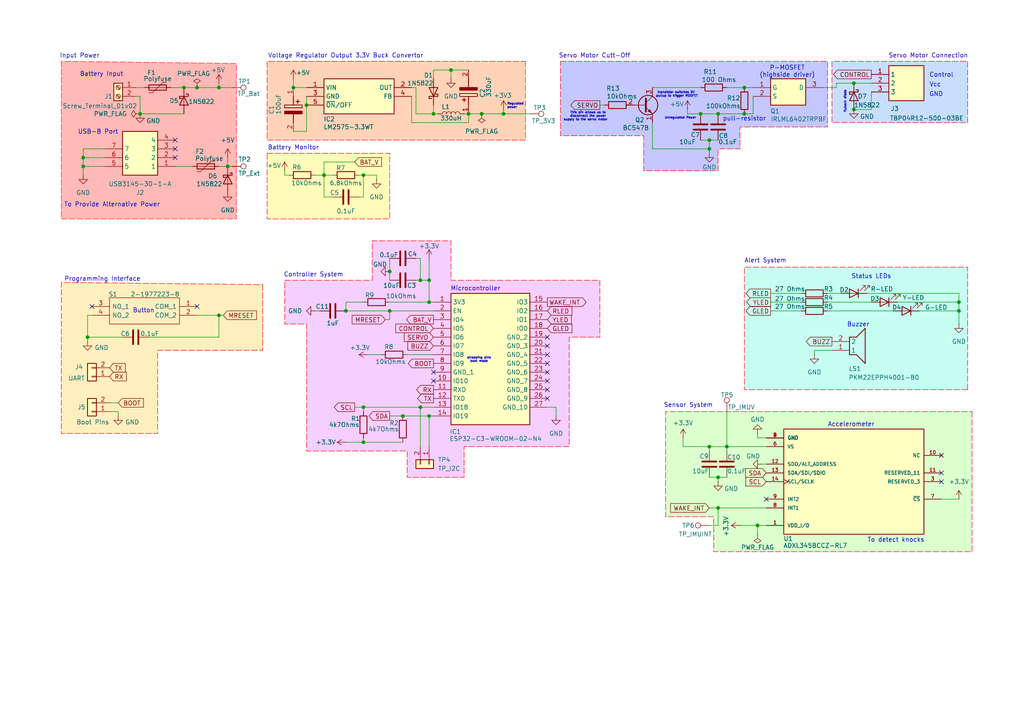
<source format=kicad_sch>
(kicad_sch (version 20250114) (generator "eeschema") (generator_version "9.0")
  (paper "A4")
  (title_block (title "KnockLockSchematic") (date "2025-11-02") (rev "2.1") (company "HSRW") (comment 1 "Group 04"))
  (text "Voltage Regulator Output 3.3V Buck Convertor\n" (at 77.724 16.256 0) (effects (font (size 1.27 1.27)) (justify left)))
  (text "Vcc\n" (at 271.272 24.638 0) (effects (font (size 1.27 1.27))))
  (text "Battery Input" (at 29.464 21.59 0) (effects (font (size 1.27 1.27))))
  (text "P-MOSFET\n(highside driver)\n" (at 228.346 20.828 0) (effects (font (size 1.27 1.27))))
  (text "Controller System\n\n" (at 90.932 80.772 0) (effects (font (size 1.27 1.27))))
  (text "To detect knocks" (at 259.842 156.718 0) (effects (font (size 1.27 1.27))))
  (text "Control\n" (at 273.05 21.844 0) (effects (font (size 1.27 1.27))))
  (text "Button" (at 41.656 90.17 0) (effects (font (size 1.27 1.27))))
  (text "Programming Interface" (at 29.718 81.026 0) (effects (font (size 1.27 1.27))))
  (text "flyback diode" (at 245.11 29.464 90) (effects (font (size 0.635 0.635))))
  (text "strapping pins\nboot mode" (at 138.938 104.394 0) (effects (font (size 0.635 0.635))))
  (text "Unregulated Power" (at 197.358 34.29 0) (effects (font (size 0.635 0.635))))
  (text "Servo Motor Cutt-Off\n" (at 172.466 16.256 0) (effects (font (size 1.27 1.27))))
  (text "Regulated \npower" (at 147.066 30.734 0) (effects (font (size 0.635 0.635)) (justify left)))
  (text "Sensor System" (at 199.644 117.602 0) (effects (font (size 1.27 1.27))))
  (text "GND\n" (at 271.526 27.432 0) (effects (font (size 1.27 1.27))))
  (text "Buzzer\n" (at 248.92 94.234 0) (effects (font (size 1.27 1.27))))
  (text "transistor switches 5V \npullup to trigger MOSFET" (at 196.342 27.432 0) (effects (font (size 0.635 0.635))))
  (text "Alert System" (at 221.996 75.692 0) (effects (font (size 1.27 1.27))))
  (text "Servo Motor Connection\n" (at 269.24 16.256 0) (effects (font (size 1.27 1.27))))
  (text "This pin allows us to \ndisconnect the power \nsupply to the servo motor" (at 176.276 33.782 0) (effects (font (size 0.635 0.635)) (justify right)))
  (text "Input Power" (at 23.114 16.256 0) (effects (font (size 1.27 1.27))))
  (text "Microcontroller" (at 137.922 83.82 0) (effects (font (size 1.27 1.27))))
  (text "Accelerometer" (at 246.888 123.19 0) (effects (font (size 1.27 1.27))))
  (text "Battery Monitor" (at 85.09 42.926 0) (effects (font (size 1.27 1.27))))
  (text "Status LEDs" (at 252.73 80.264 0) (effects (font (size 1.27 1.27))))
  (text "To Provide Alternative Power" (at 32.512 59.436 0) (effects (font (size 1.27 1.27))))
  (text "USB-B Port" (at 28.448 38.354 0) (effects (font (size 1.27 1.27))))
  (text "pull-resistor" (at 215.9 34.544 0) (effects (font (size 1.27 1.27))))
  (junction (at 116.84 120.65))
  (junction (at 278.13 87.63))
  (junction (at 57.15 25.4))
  (junction (at 40.64 33.02))
  (junction (at 139.7 33.02))
  (junction (at 121.92 81.28))
  (junction (at 24.13 48.26))
  (junction (at 208.28 33.02))
  (junction (at 105.41 128.27))
  (junction (at 219.71 152.4))
  (junction (at 88.9 30.48))
  (junction (at 124.46 81.28))
  (junction (at 85.09 25.4))
  (junction (at 247.65 31.75))
  (junction (at 66.04 48.26))
  (junction (at 208.28 138.43))
  (junction (at 105.41 50.8))
  (junction (at 63.5 91.44))
  (junction (at 278.13 90.17))
  (junction (at 105.41 118.11))
  (junction (at 24.13 45.72))
  (junction (at 25.4 97.79))
  (junction (at 146.05 33.02))
  (junction (at 93.98 50.8))
  (junction (at 63.5 25.4))
  (junction (at 130.81 20.32))
  (junction (at 100.33 90.17))
  (junction (at 203.2 33.02))
  (junction (at 113.03 78.74))
  (junction (at 113.03 90.17))
  (junction (at 121.92 118.11))
  (junction (at 124.46 87.63))
  (junction (at 135.89 33.02))
  (junction (at 208.28 147.32))
  (junction (at 215.9 25.4))
  (junction (at 205.74 43.18))
  (junction (at 205.74 129.54))
  (junction (at 125.73 33.02))
  (junction (at 210.82 129.54))
  (junction (at 247.65 24.13))
  (junction (at 205.74 40.64))
  (junction (at 124.46 120.65))
  (junction (at 53.34 25.4))
  (junction (at 215.9 33.02))
  (no_connect (at 158.75 97.79))
  (no_connect (at 50.8 40.64))
  (no_connect (at 158.75 110.49))
  (no_connect (at 26.67 88.9))
  (no_connect (at 273.05 137.16))
  (no_connect (at 158.75 113.03))
  (no_connect (at 125.73 107.95))
  (no_connect (at 158.75 102.87))
  (no_connect (at 125.73 110.49))
  (no_connect (at 50.8 43.18))
  (no_connect (at 273.05 132.08))
  (no_connect (at 158.75 105.41))
  (no_connect (at 158.75 100.33))
  (no_connect (at 50.8 45.72))
  (no_connect (at 158.75 107.95))
  (no_connect (at 57.15 88.9))
  (no_connect (at 222.25 144.78))
  (no_connect (at 273.05 139.7))
  (no_connect (at 158.75 115.57))
  (wire (pts (xy 25.4 97.79) (xy 35.56 97.79)))
  (wire (pts (xy 199.39 31.75) (xy 199.39 33.02)))
  (wire (pts (xy 63.5 25.4) (xy 63.5 24.13)))
  (wire (pts (xy 208.28 138.43) (xy 208.28 139.7)))
  (wire (pts (xy 240.03 85.09) (xy 243.84 85.09)))
  (wire (pts (xy 189.23 35.56) (xy 189.23 43.18)))
  (wire (pts (xy 113.03 90.17) (xy 125.73 90.17)))
  (wire (pts (xy 121.92 81.28) (xy 124.46 81.28)))
  (wire (pts (xy 215.9 25.4) (xy 218.44 25.4)))
  (wire (pts (xy 139.7 33.02) (xy 146.05 33.02)))
  (wire (pts (xy 121.92 118.11) (xy 125.73 118.11)))
  (wire (pts (xy 205.74 44.45) (xy 205.74 43.18)))
  (wire (pts (xy 85.09 38.1) (xy 88.9 38.1)))
  (wire (pts (xy 57.15 25.4) (xy 63.5 25.4)))
  (wire (pts (xy 181.61 30.48) (xy 182.88 30.48)))
  (wire (pts (xy 104.14 57.15) (xy 105.41 57.15)))
  (wire (pts (xy 208.28 138.43) (xy 210.82 138.43)))
  (wire (pts (xy 125.73 20.32) (xy 130.81 20.32)))
  (wire (pts (xy 26.67 91.44) (xy 25.4 91.44)))
  (wire (pts (xy 100.33 87.63) (xy 100.33 90.17)))
  (wire (pts (xy 40.64 33.02) (xy 53.34 33.02)))
  (wire (pts (xy 102.87 118.11) (xy 105.41 118.11)))
  (wire (pts (xy 24.13 43.18) (xy 30.48 43.18)))
  (wire (pts (xy 120.65 25.4) (xy 120.65 33.02)))
  (wire (pts (xy 105.41 127) (xy 105.41 128.27)))
  (wire (pts (xy 40.64 27.94) (xy 40.64 33.02)))
  (wire (pts (xy 242.57 24.13) (xy 247.65 24.13)))
  (wire (pts (xy 113.03 120.65) (xy 116.84 120.65)))
  (wire (pts (xy 252.73 31.75) (xy 247.65 31.75)))
  (wire (pts (xy 173.99 30.48) (xy 175.26 30.48)))
  (wire (pts (xy 82.55 49.53) (xy 82.55 50.8)))
  (wire (pts (xy 242.57 24.13) (xy 242.57 25.4)))
  (wire (pts (xy 24.13 45.72) (xy 24.13 48.26)))
  (wire (pts (xy 215.9 33.02) (xy 218.44 33.02)))
  (wire (pts (xy 25.4 97.79) (xy 25.4 99.06)))
  (wire (pts (xy 135.89 33.02) (xy 135.89 35.56)))
  (wire (pts (xy 198.12 127) (xy 198.12 129.54)))
  (wire (pts (xy 273.05 144.78) (xy 278.13 144.78)))
  (wire (pts (xy 205.74 147.32) (xy 208.28 147.32)))
  (wire (pts (xy 43.18 97.79) (xy 63.5 97.79)))
  (wire (pts (xy 64.77 91.44) (xy 63.5 91.44)))
  (wire (pts (xy 100.33 90.17) (xy 113.03 90.17)))
  (wire (pts (xy 119.38 35.56) (xy 135.89 35.56)))
  (wire (pts (xy 205.74 152.4) (xy 208.28 152.4)))
  (wire (pts (xy 203.2 33.02) (xy 208.28 33.02)))
  (wire (pts (xy 105.41 119.38) (xy 105.41 118.11)))
  (wire (pts (xy 24.13 45.72) (xy 30.48 45.72)))
  (wire (pts (xy 113.03 74.93) (xy 113.03 78.74)))
  (wire (pts (xy 189.23 43.18) (xy 205.74 43.18)))
  (wire (pts (xy 266.7 90.17) (xy 278.13 90.17)))
  (wire (pts (xy 67.31 48.26) (xy 66.04 48.26)))
  (wire (pts (xy 205.74 129.54) (xy 210.82 129.54)))
  (wire (pts (xy 208.28 147.32) (xy 222.25 147.32)))
  (wire (pts (xy 219.71 125.73) (xy 219.71 127)))
  (wire (pts (xy 161.29 118.11) (xy 161.29 120.65)))
  (wire (pts (xy 199.39 33.02) (xy 203.2 33.02)))
  (wire (pts (xy 124.46 81.28) (xy 124.46 87.63)))
  (wire (pts (xy 104.14 50.8) (xy 105.41 50.8)))
  (wire (pts (xy 53.34 25.4) (xy 57.15 25.4)))
  (wire (pts (xy 130.81 20.32) (xy 130.81 22.86)))
  (wire (pts (xy 39.37 25.4) (xy 41.91 25.4)))
  (wire (pts (xy 135.89 33.02) (xy 139.7 33.02)))
  (wire (pts (xy 100.33 128.27) (xy 105.41 128.27)))
  (wire (pts (xy 125.73 30.48) (xy 125.73 33.02)))
  (wire (pts (xy 251.46 85.09) (xy 278.13 85.09)))
  (wire (pts (xy 31.75 119.38) (xy 34.29 119.38)))
  (wire (pts (xy 102.87 46.99) (xy 93.98 46.99)))
  (wire (pts (xy 63.5 91.44) (xy 63.5 97.79)))
  (wire (pts (xy 210.82 130.81) (xy 210.82 129.54)))
  (wire (pts (xy 125.73 20.32) (xy 125.73 22.86)))
  (wire (pts (xy 219.71 152.4) (xy 222.25 152.4)))
  (wire (pts (xy 205.74 130.81) (xy 205.74 129.54)))
  (wire (pts (xy 91.44 50.8) (xy 93.98 50.8)))
  (wire (pts (xy 118.11 102.87) (xy 125.73 102.87)))
  (wire (pts (xy 124.46 120.65) (xy 124.46 129.54)))
  (wire (pts (xy 119.38 27.94) (xy 119.38 35.56)))
  (wire (pts (xy 24.13 48.26) (xy 30.48 48.26)))
  (wire (pts (xy 113.03 87.63) (xy 124.46 87.63)))
  (wire (pts (xy 210.82 119.38) (xy 210.82 129.54)))
  (wire (pts (xy 120.65 33.02) (xy 125.73 33.02)))
  (wire (pts (xy 67.31 25.4) (xy 63.5 25.4)))
  (wire (pts (xy 222.25 127) (xy 219.71 127)))
  (wire (pts (xy 223.52 90.17) (xy 232.41 90.17)))
  (wire (pts (xy 105.41 118.11) (xy 121.92 118.11)))
  (wire (pts (xy 130.81 20.32) (xy 135.89 20.32)))
  (wire (pts (xy 278.13 93.98) (xy 278.13 90.17)))
  (wire (pts (xy 121.92 81.28) (xy 121.92 74.93)))
  (wire (pts (xy 34.29 119.38) (xy 34.29 120.65)))
  (wire (pts (xy 124.46 74.93) (xy 124.46 81.28)))
  (wire (pts (xy 63.5 91.44) (xy 57.15 91.44)))
  (wire (pts (xy 146.05 31.75) (xy 146.05 33.02)))
  (wire (pts (xy 63.5 48.26) (xy 66.04 48.26)))
  (wire (pts (xy 24.13 48.26) (xy 24.13 50.8)))
  (wire (pts (xy 88.9 38.1) (xy 88.9 30.48)))
  (wire (pts (xy 85.09 22.86) (xy 85.09 25.4)))
  (wire (pts (xy 214.63 152.4) (xy 219.71 152.4)))
  (wire (pts (xy 120.65 81.28) (xy 121.92 81.28)))
  (wire (pts (xy 124.46 87.63) (xy 125.73 87.63)))
  (wire (pts (xy 105.41 128.27) (xy 116.84 128.27)))
  (wire (pts (xy 127 33.02) (xy 125.73 33.02)))
  (wire (pts (xy 34.29 116.84) (xy 31.75 116.84)))
  (wire (pts (xy 124.46 120.65) (xy 125.73 120.65)))
  (wire (pts (xy 198.12 129.54) (xy 205.74 129.54)))
  (wire (pts (xy 93.98 46.99) (xy 93.98 50.8)))
  (wire (pts (xy 93.98 57.15) (xy 93.98 50.8)))
  (wire (pts (xy 210.82 25.4) (xy 215.9 25.4)))
  (wire (pts (xy 88.9 27.94) (xy 88.9 30.48)))
  (wire (pts (xy 93.98 50.8) (xy 96.52 50.8)))
  (wire (pts (xy 109.22 50.8) (xy 109.22 52.07)))
  (wire (pts (xy 260.35 87.63) (xy 278.13 87.63)))
  (wire (pts (xy 91.44 90.17) (xy 92.71 90.17)))
  (wire (pts (xy 24.13 43.18) (xy 24.13 45.72)))
  (wire (pts (xy 189.23 25.4) (xy 203.2 25.4)))
  (wire (pts (xy 218.44 33.02) (xy 218.44 27.94)))
  (wire (pts (xy 208.28 33.02) (xy 215.9 33.02)))
  (wire (pts (xy 223.52 85.09) (xy 232.41 85.09)))
  (wire (pts (xy 96.52 57.15) (xy 93.98 57.15)))
  (wire (pts (xy 153.67 33.02) (xy 146.05 33.02)))
  (wire (pts (xy 205.74 40.64) (xy 208.28 40.64)))
  (wire (pts (xy 278.13 87.63) (xy 278.13 90.17)))
  (wire (pts (xy 25.4 91.44) (xy 25.4 97.79)))
  (wire (pts (xy 100.33 87.63) (xy 105.41 87.63)))
  (wire (pts (xy 105.41 50.8) (xy 109.22 50.8)))
  (wire (pts (xy 241.3 101.6) (xy 236.22 101.6)))
  (wire (pts (xy 113.03 81.28) (xy 113.03 78.74)))
  (wire (pts (xy 242.57 25.4) (xy 238.76 25.4)))
  (wire (pts (xy 106.68 102.87) (xy 110.49 102.87)))
  (wire (pts (xy 105.41 57.15) (xy 105.41 50.8)))
  (wire (pts (xy 158.75 118.11) (xy 161.29 118.11)))
  (wire (pts (xy 121.92 118.11) (xy 121.92 129.54)))
  (wire (pts (xy 205.74 43.18) (xy 205.74 40.64)))
  (wire (pts (xy 135.89 33.02) (xy 134.62 33.02)))
  (wire (pts (xy 220.98 134.62) (xy 222.25 134.62)))
  (wire (pts (xy 66.04 45.72) (xy 66.04 48.26)))
  (wire (pts (xy 252.73 26.67) (xy 252.73 31.75)))
  (wire (pts (xy 49.53 25.4) (xy 53.34 25.4)))
  (wire (pts (xy 40.64 27.94) (xy 39.37 27.94)))
  (wire (pts (xy 208.28 152.4) (xy 208.28 147.32)))
  (wire (pts (xy 240.03 87.63) (xy 252.73 87.63)))
  (wire (pts (xy 236.22 101.6) (xy 236.22 102.87)))
  (wire (pts (xy 210.82 129.54) (xy 222.25 129.54)))
  (wire (pts (xy 85.09 25.4) (xy 88.9 25.4)))
  (wire (pts (xy 113.03 92.71) (xy 113.03 90.17)))
  (wire (pts (xy 119.38 25.4) (xy 120.65 25.4)))
  (wire (pts (xy 111.76 92.71) (xy 113.03 92.71)))
  (wire (pts (xy 223.52 87.63) (xy 232.41 87.63)))
  (wire (pts (xy 219.71 152.4) (xy 219.71 154.94)))
  (wire (pts (xy 208.28 138.43) (xy 205.74 138.43)))
  (wire (pts (xy 247.65 24.13) (xy 252.73 24.13)))
  (wire (pts (xy 82.55 50.8) (xy 83.82 50.8)))
  (wire (pts (xy 203.2 40.64) (xy 205.74 40.64)))
  (wire (pts (xy 278.13 85.09) (xy 278.13 87.63)))
  (wire (pts (xy 50.8 48.26) (xy 55.88 48.26)))
  (wire (pts (xy 120.65 74.93) (xy 121.92 74.93)))
  (wire (pts (xy 240.03 90.17) (xy 259.08 90.17)))
  (wire (pts (xy 116.84 120.65) (xy 124.46 120.65)))
  (global_label "RLED" (shape input) (at 158.75 90.17 0) (property "Intersheetrefs" "${INTERSHEET_REFS}" (effects (hide yes))))
  (global_label "SERVO" (shape output) (at 173.99 30.48 180) (property "Intersheetrefs" "${INTERSHEET_REFS}" (effects (hide yes))))
  (global_label "BAT_V" (shape output) (at 125.73 92.71 180) (property "Intersheetrefs" "${INTERSHEET_REFS}" (effects (hide yes))))
  (global_label "SCL" (shape input) (at 222.25 139.7 180) (property "Intersheetrefs" "${INTERSHEET_REFS}" (effects (hide yes))))
  (global_label "WAKE_INT" (shape input) (at 205.74 147.32 180) (property "Intersheetrefs" "${INTERSHEET_REFS}" (effects (hide yes))))
  (global_label "RX" (shape output) (at 125.73 113.03 180) (property "Intersheetrefs" "${INTERSHEET_REFS}" (effects (hide yes))))
  (global_label "SERVO" (shape input) (at 125.73 97.79 180) (property "Intersheetrefs" "${INTERSHEET_REFS}" (effects (hide yes))))
  (global_label "CONTROL" (shape input) (at 125.73 95.25 180) (property "Intersheetrefs" "${INTERSHEET_REFS}" (effects (hide yes))))
  (global_label "MRESET" (shape input) (at 111.76 92.71 180) (property "Intersheetrefs" "${INTERSHEET_REFS}" (effects (hide yes))))
  (global_label "YLED" (shape input) (at 158.75 92.71 0) (property "Intersheetrefs" "${INTERSHEET_REFS}" (effects (hide yes))))
  (global_label "RLED" (shape output) (at 223.52 85.09 180) (property "Intersheetrefs" "${INTERSHEET_REFS}" (effects (hide yes))))
  (global_label "BOOT" (shape output) (at 125.73 105.41 180) (property "Intersheetrefs" "${INTERSHEET_REFS}" (effects (hide yes))))
  (global_label "SDA" (shape output) (at 113.03 120.65 180) (property "Intersheetrefs" "${INTERSHEET_REFS}" (effects (hide yes))))
  (global_label "TX" (shape output) (at 125.73 115.57 180) (property "Intersheetrefs" "${INTERSHEET_REFS}" (effects (hide yes))))
  (global_label "YLED" (shape output) (at 223.52 87.63 180) (property "Intersheetrefs" "${INTERSHEET_REFS}" (effects (hide yes))))
  (global_label "WAKE_INT" (shape output) (at 158.75 87.63 0) (property "Intersheetrefs" "${INTERSHEET_REFS}" (effects (hide yes))))
  (global_label "BOOT" (shape input) (at 34.29 116.84 0) (property "Intersheetrefs" "${INTERSHEET_REFS}" (effects (hide yes))))
  (global_label "SDA" (shape input) (at 222.25 137.16 180) (property "Intersheetrefs" "${INTERSHEET_REFS}" (effects (hide yes))))
  (global_label "GLED" (shape input) (at 158.75 95.25 0) (property "Intersheetrefs" "${INTERSHEET_REFS}" (effects (hide yes))))
  (global_label "MRESET" (shape input) (at 64.77 91.44 0) (property "Intersheetrefs" "${INTERSHEET_REFS}" (effects (hide yes))))
  (global_label "BUZZ" (shape output) (at 241.3 99.06 180) (property "Intersheetrefs" "${INTERSHEET_REFS}" (effects (hide yes))))
  (global_label "BUZZ" (shape input) (at 125.73 100.33 180) (property "Intersheetrefs" "${INTERSHEET_REFS}" (effects (hide yes))))
  (global_label "GLED" (shape output) (at 223.52 90.17 180) (property "Intersheetrefs" "${INTERSHEET_REFS}" (effects (hide yes))))
  (global_label "BAT_V" (shape input) (at 102.87 46.99 0) (property "Intersheetrefs" "${INTERSHEET_REFS}" (effects (hide yes))))
  (global_label "RX" (shape input) (at 31.75 109.22 0) (property "Intersheetrefs" "${INTERSHEET_REFS}" (effects (hide yes))))
  (global_label "TX" (shape input) (at 31.75 106.68 0) (property "Intersheetrefs" "${INTERSHEET_REFS}" (effects (hide yes))))
  (global_label "SCL" (shape output) (at 102.87 118.11 180) (property "Intersheetrefs" "${INTERSHEET_REFS}" (effects (hide yes))))
  (global_label "CONTROL" (shape output) (at 252.73 21.59 180) (property "Intersheetrefs" "${INTERSHEET_REFS}" (effects (hide yes))))
  (rule_area (polyline (pts (xy 17.78 17.78) (xy 17.78 63.5) (xy 68.58 63.5) (xy 68.58 18.415)) (stroke (width 0) (type dash) (color 255 29 29 1)) (fill (type color) (color 255 23 12 0.3))))
  (rule_area (polyline (pts (xy 241.3 17.78) (xy 241.3 35.56) (xy 280.67 35.56) (xy 280.67 17.78)) (stroke (width 0) (type dash)) (fill (type color) (color 74 147 255 0.3019607843))))
  (rule_area (polyline (pts (xy 162.56 17.78) (xy 240.03 17.78) (xy 240.03 36.83) (xy 214.63 36.83) (xy 214.63 43.18) (xy 208.28 43.18) (xy 208.28 49.53) (xy 186.69 49.53) (xy 186.69 39.37) (xy 162.56 39.37)) (stroke (width 0) (type dash)) (fill (type color) (color 60 67 255 0.3))))
  (rule_area (polyline (pts (xy 281.94 119.38) (xy 281.94 160.02) (xy 207.01 160.02) (xy 207.01 149.86) (xy 193.04 149.86) (xy 193.04 119.38)) (stroke (width 0) (type dash)) (fill (type color) (color 138 255 90 0.3))))
  (rule_area (polyline (pts (xy 82.55 81.28) (xy 107.95 81.28) (xy 107.95 69.85) (xy 130.81 69.85) (xy 130.81 81.28) (xy 173.99 81.28) (xy 173.99 97.79) (xy 165.1 97.79) (xy 165.1 129.54) (xy 134.62 129.54) (xy 134.62 138.43) (xy 118.11 138.43) (xy 118.11 130.81) (xy 88.9 130.81) (xy 88.9 129.54) (xy 88.9 93.98) (xy 82.55 93.98)) (stroke (width 0) (type dash)) (fill (type color) (color 217 94 255 0.3))))
  (rule_area (polyline (pts (xy 77.47 44.45) (xy 113.03 44.45) (xy 113.03 63.5) (xy 77.47 63.5)) (stroke (width 0) (type dash)) (fill (type color) (color 255 240 18 0.3))))
  (rule_area (polyline (pts (xy 76.2 82.55) (xy 76.2 101.6) (xy 45.72 101.6) (xy 45.72 125.73) (xy 17.78 125.73) (xy 17.78 123.825) (xy 17.78 81.915)) (stroke (width 0) (type dash)) (fill (type color) (color 255 196 39 0.3))))
  (rule_area (polyline (pts (xy 280.67 113.03) (xy 215.9 113.03) (xy 215.9 77.47) (xy 280.67 77.47)) (stroke (width 0) (type dash)) (fill (type color) (color 66 255 212 0.3))))
  (rule_area (polyline (pts (xy 152.4 17.78) (xy 152.4 40.64) (xy 77.47 40.64) (xy 77.47 17.78)) (stroke (width 0) (type dash)) (fill (type color) (color 255 109 17 0.3))))
  (symbol (lib_id "power:GND") (at 278.13 93.98 0) (unit 1)
    (property "Reference" "#PWR024" (effects (hide yes)))
    (property "Value" "GND" (at 278.13 99.06 0))
    (property "Description" "Power symbol creates a global label with name \"GND\" , ground" (effects (hide yes)))
  )
  (symbol (lib_id "SamacSys_Parts:EEU-FC1C101H") (at 85.09 25.4 270) (unit 1)
    (property "Reference" "C1" (at 78.74 30.48 0) (effects (justify left)))
    (property "Value" "100uF" (at 80.772 27.178 0) (effects (justify left)))
    (property "Footprint" "SamacSys_Parts:CAPPRD250W55D630H1220" (effects (hide yes)))
    (property "Datasheet" "http://industrial.panasonic.com/cdbs/www-data/pdf/RDF0000/ABA0000C1209.pdf" (effects (hide yes)))
    (property "Description" "Aluminium Electrolytic Capacitor, Radial Lead, AEC-Q200, 105?C" (effects (hide yes)))
    (property "Height" "12.2" (effects (hide yes)))
    (property "Mouser Part Number" "667-EEU-FC1C101H" (effects (hide yes)))
    (property "Mouser Price/Stock" "https://www.mouser.co.uk/ProductDetail/Panasonic/EEU-FC1C101H?qs=%2FC1U95aQ15szP%252BXx0reJVg%3D%3D" (effects (hide yes)))
    (property "Manufacturer_Name" "Panasonic" (effects (hide yes)))
    (property "Manufacturer_Part_Number" "EEU-FC1C101H" (effects (hide yes)))
  )
  (symbol (lib_id "Device:C") (at 210.82 134.62 180) (unit 1)
    (property "Reference" "C10" (at 212.852 132.588 0))
    (property "Value" "0.1uF" (at 213.614 136.652 0))
    (property "Footprint" "Capacitor_THT:C_Rect_L4.0mm_W2.5mm_P2.50mm" (effects (hide yes)))
    (property "Description" "Unpolarized capacitor" (effects (hide yes)))
  )
  (symbol (lib_id "power:+3.3V") (at 198.12 127 0) (unit 1)
    (property "Reference" "#PWR026" (effects (hide yes)))
    (property "Value" "+3.3V" (at 198.12 122.682 0))
    (property "Description" "Power symbol creates a global label with name \"+3.3V\"" (effects (hide yes)))
  )
  (symbol (lib_id "power:GND") (at 91.44 90.17 270) (unit 1)
    (property "Reference" "#PWR08" (effects (hide yes)))
    (property "Value" "GND" (at 87.63 90.1699 90) (effects (justify right)))
    (property "Description" "Power symbol creates a global label with name \"GND\" , ground" (effects (hide yes)))
  )
  (symbol (lib_id "Transistor_BJT:2N3904") (at 186.69 30.48 0) (unit 1)
    (property "Reference" "Q2" (at 184.15 34.798 0) (effects (justify left)))
    (property "Value" "BC547B" (at 180.594 37.084 0) (effects (justify left)))
    (property "Footprint" "Package_TO_SOT_THT:TO-92_HandSolder" (effects (hide yes)))
    (property "Datasheet" "https://www.onsemi.com/pub/Collateral/2N3903-D.PDF" (effects (hide yes)))
    (property "Description" "0.2A Ic, 40V Vce, Small Signal NPN Transistor, TO-92" (effects (hide yes)))
  )
  (symbol (lib_id "Device:R") (at 236.22 90.17 90) (unit 1)
    (property "Reference" "R5" (at 240.284 88.9 90))
    (property "Value" "27 Ohms" (at 229.108 88.9 90))
    (property "Footprint" "SamacSys_Parts:RESAD1590W60L630D240" (effects (hide yes)))
    (property "Description" "Resistor" (effects (hide yes)))
  )
  (symbol (lib_id "SamacSys_Parts:TBP04R12-500-03BE") (at 252.73 21.59 0) (unit 1)
    (property "Reference" "J3" (at 258.318 31.496 0) (effects (justify left)))
    (property "Value" "TBP04R12-500-03BE" (at 258.064 34.29 0) (effects (justify left)))
    (property "Footprint" "SamacSys_Parts:TBP04R1250003BE" (effects (hide yes)))
    (property "Datasheet" "https://www.sameskydevices.com/product/resource/tbp04r12-500.pdf" (effects (hide yes)))
    (property "Description" "3 Position Terminal Block Header, Male Pins, Shrouded (4 Side) 0.197\" (5.00mm) 90, Right Angle Through Hole" (effects (hide yes)))
    (property "Height" "8.8" (effects (hide yes)))
    (property "Mouser Part Number" "179-TBP04R12-50003BE" (effects (hide yes)))
    (property "Mouser Price/Stock" "https://www.mouser.co.uk/ProductDetail/CUI-Devices/TBP04R12-500-03BE?qs=TCDPyi3sCW0NaxY6tKwPhA%3D%3D" (effects (hide yes)))
    (property "Manufacturer_Name" "Same Sky" (effects (hide yes)))
    (property "Manufacturer_Part_Number" "TBP04R12-500-03BE" (effects (hide yes)))
  )
  (symbol (lib_id "power:GND") (at 25.4 99.06 0) (unit 1)
    (property "Reference" "#PWR032" (effects (hide yes)))
    (property "Value" "GND" (at 29.464 100.838 0))
    (property "Description" "Power symbol creates a global label with name \"GND\" , ground" (effects (hide yes)))
  )
  (symbol (lib_id "Device:Polyfuse") (at 45.72 25.4 90) (unit 1)
    (property "Reference" "F1" (at 43.942 21.082 90))
    (property "Value" "Polyfuse" (at 45.72 22.86 90))
    (property "Footprint" "Fuse:Fuse_BelFuse_0ZRE0012FF_L8.3mm_W3.8mm" (effects (hide yes)))
    (property "Description" "Resettable fuse, polymeric positive temperature coefficient" (effects (hide yes)))
  )
  (symbol (lib_id "Connector_Generic:Conn_01x02") (at 124.46 134.62 270) (unit 1)
    (property "Reference" "TP4" (at 127 133.3499 90) (effects (justify left)))
    (property "Value" "TP_I2C" (at 127 135.8899 90) (effects (justify left)))
    (property "Footprint" "Connector_PinHeader_2.54mm:PinHeader_1x02_P2.54mm_Vertical" (effects (hide yes)))
    (property "Description" "Generic connector, single row, 01x02, script generated (kicad-library-utils/schlib/autogen/connector/)" (effects (hide yes)))
  )
  (symbol (lib_id "power:GND") (at 109.22 52.07 0) (unit 1)
    (property "Reference" "#PWR07" (effects (hide yes)))
    (property "Value" "GND" (at 109.22 57.15 0))
    (property "Description" "Power symbol creates a global label with name \"GND\" , ground" (effects (hide yes)))
  )
  (symbol (lib_id "power:GND") (at 219.71 125.73 180) (unit 1)
    (property "Reference" "#PWR025" (effects (hide yes)))
    (property "Value" "GND" (at 219.71 121.666 0))
    (property "Description" "Power symbol creates a global label with name \"GND\" , ground" (effects (hide yes)))
  )
  (symbol (lib_id "power:GND") (at 24.13 50.8 0) (unit 1)
    (property "Reference" "#PWR09" (effects (hide yes)))
    (property "Value" "GND" (at 24.13 55.88 0))
    (property "Description" "Power symbol creates a global label with name \"GND\" , ground" (effects (hide yes)))
  )
  (symbol (lib_id "SamacSys_Parts:USB3145-30-1-A") (at 50.8 48.26 180) (unit 1)
    (property "Reference" "J2" (at 40.64 55.88 0))
    (property "Value" "USB3145-30-1-A" (at 40.64 53.34 0))
    (property "Footprint" "SamacSys_Parts:USB3145301A" (effects (hide yes)))
    (property "Datasheet" "https://gct.co/connector/usb3145" (effects (hide yes)))
    (property "Description" "GCT (GLOBAL CONNECTOR TECHNOLOGY) - USB3145-30-1-A - MICRO USB, 2.0 TYPE B, RECEPTACLE, TH" (effects (hide yes)))
    (property "Mouser Part Number" "640-USB3145-30-1-A" (effects (hide yes)))
    (property "Mouser Price/Stock" "https://www.mouser.co.uk/ProductDetail/GCT/USB3145-30-1-A?qs=KUoIvG%2F9IlYD1lvSRu5iyg%3D%3D" (effects (hide yes)))
    (property "Manufacturer_Name" "GCT (GLOBAL CONNECTOR TECHNOLOGY)" (effects (hide yes)))
    (property "Manufacturer_Part_Number" "USB3145-30-1-A" (effects (hide yes)))
  )
  (symbol (lib_id "SamacSys_Parts:PKM22EPPH4001-B0") (at 241.3 99.06 0) (unit 1)
    (property "Reference" "LS1" (at 246.126 106.934 0) (effects (justify left)))
    (property "Value" "PKM22EPPH4001-B0" (at 246.126 109.474 0) (effects (justify left)))
    (property "Footprint" "SamacSys_Parts:PKM22EPPH4001B0" (effects (hide yes)))
    (property "Datasheet" "https://www.murata.com/products/productdata/8801054064670/SPEC-PKM22EPPH4001-B0.pdf?1517839211000" (effects (hide yes)))
    (property "Description" "Buzzers Transducer, Externally Driven Piezo 1.5 V 4kHz 75dB @ 1.5V, 10cm Through Hole PC Pins" (effects (hide yes)))
    (property "Height" "10.7" (effects (hide yes)))
    (property "Mouser Part Number" "81-PKM22EPPH4001-B0" (effects (hide yes)))
    (property "Mouser Price/Stock" "https://www.mouser.co.uk/ProductDetail/Murata-Electronics/PKM22EPPH4001-B0?qs=flZjIlU0hx2Fke4m2iZ9MA%3D%3D" (effects (hide yes)))
    (property "Manufacturer_Name" "Murata Electronics" (effects (hide yes)))
    (property "Manufacturer_Part_Number" "PKM22EPPH4001-B0" (effects (hide yes)))
  )
  (symbol (lib_id "Connector:TestPoint") (at 205.74 152.4 90) (unit 1)
    (property "Reference" "TP6" (at 199.644 152.4 90))
    (property "Value" "TP_IMUINT" (at 201.676 154.94 90))
    (property "Footprint" "Connector_PinSocket_2.54mm:PinSocket_1x01_P2.54mm_Vertical" (effects (hide yes)))
    (property "Description" "test point" (effects (hide yes)))
  )
  (symbol (lib_id "power:+5V") (at 63.5 24.13 0) (unit 1)
    (property "Reference" "#PWR04" (effects (hide yes)))
    (property "Value" "+5V" (at 63.246 20.32 0))
    (property "Description" "Power symbol creates a global label with name \"+5V\"" (effects (hide yes)))
  )
  (symbol (lib_id "Device:LED") (at 247.65 85.09 180) (unit 1)
    (property "Reference" "D2" (at 244.856 84.074 0))
    (property "Value" "R-LED" (at 255.778 83.82 0))
    (property "Footprint" "LED_THT:LED_D3.0mm" (effects (hide yes)))
    (property "Description" "Light emitting diode" (effects (hide yes)))
    (property "Sim.Pins" "1=K 2=A" (effects (hide yes)))
  )
  (symbol (lib_id "Device:R") (at 207.01 25.4 90) (unit 1)
    (property "Reference" "R11" (at 205.994 20.828 90))
    (property "Value" "100 Ohms" (at 208.534 23.114 90))
    (property "Footprint" "SamacSys_Parts:RESAD1590W60L630D240" (effects (hide yes)))
    (property "Description" "Resistor" (effects (hide yes)))
  )
  (symbol (lib_id "Device:LED") (at 256.54 87.63 180) (unit 1)
    (property "Reference" "D3" (at 253.746 86.614 0))
    (property "Value" "Y-LED" (at 264.922 86.36 0))
    (property "Footprint" "LED_THT:LED_D3.0mm" (effects (hide yes)))
    (property "Description" "Light emitting diode" (effects (hide yes)))
    (property "Sim.Pins" "1=K 2=A" (effects (hide yes)))
  )
  (symbol (lib_id "power:+3.3V") (at 214.63 152.4 90) (unit 1)
    (property "Reference" "#PWR027" (effects (hide yes)))
    (property "Value" "+3.3V" (at 210.566 152.654 0))
    (property "Description" "Power symbol creates a global label with name \"+3.3V\"" (effects (hide yes)))
  )
  (symbol (lib_id "Device:C") (at 205.74 134.62 180) (unit 1)
    (property "Reference" "C9" (at 204.216 132.334 0))
    (property "Value" "10uF" (at 203.2 136.652 0))
    (property "Footprint" "Capacitor_THT:C_Radial_D5.0mm_H11.0mm_P2.00mm" (effects (hide yes)))
    (property "Description" "Unpolarized capacitor" (effects (hide yes)))
  )
  (symbol (lib_id "power:+3.3V") (at 278.13 144.78 0) (unit 1)
    (property "Reference" "#PWR028" (effects (hide yes)))
    (property "Value" "+3.3V" (at 278.13 139.7 0))
    (property "Description" "Power symbol creates a global label with name \"+3.3V\"" (effects (hide yes)))
  )
  (symbol (lib_id "Device:R") (at 87.63 50.8 90) (unit 1)
    (property "Reference" "R6" (at 86.106 48.514 90))
    (property "Value" "10kOhms" (at 88.9 53.086 90))
    (property "Footprint" "SamacSys_Parts:RESAD1590W60L630D240" (effects (hide yes)))
    (property "Description" "Resistor" (effects (hide yes)))
  )
  (symbol (lib_id "Diode:1N5822") (at 247.65 27.94 270) (unit 1)
    (property "Reference" "D7" (at 251.46 27.94 90) (effects (justify right)))
    (property "Value" "1N5822" (at 255.27 30.48 90) (effects (justify right)))
    (property "Footprint" "Diode_THT:D_DO-201AD_P15.24mm_Horizontal" (effects (hide yes)))
    (property "Datasheet" "http://www.vishay.com/docs/88526/1n5820.pdf" (effects (hide yes)))
    (property "Description" "40V 3A Schottky Barrier Rectifier Diode, DO-201AD" (effects (hide yes)))
  )
  (symbol (lib_id "Device:R") (at 105.41 123.19 180) (unit 1)
    (property "Reference" "R1" (at 103.124 121.412 0))
    (property "Value" "4k7Ohms" (at 99.822 123.19 0))
    (property "Footprint" "SamacSys_Parts:RESAD1590W60L630D240" (effects (hide yes)))
    (property "Description" "Resistor" (effects (hide yes)))
  )
  (symbol (lib_id "Device:R") (at 179.07 30.48 90) (unit 1)
    (property "Reference" "R13" (at 177.8 25.654 90))
    (property "Value" "10kOhms" (at 180.34 27.94 90))
    (property "Footprint" "SamacSys_Parts:RESAD1590W60L630D240" (effects (hide yes)))
    (property "Description" "Resistor" (effects (hide yes)))
  )
  (symbol (lib_id "Device:R") (at 100.33 50.8 90) (unit 1)
    (property "Reference" "R7" (at 98.806 48.768 90))
    (property "Value" "6.8kOhms" (at 100.33 53.086 90))
    (property "Footprint" "SamacSys_Parts:RESAD1590W60L630D240" (effects (hide yes)))
    (property "Description" "Resistor" (effects (hide yes)))
  )
  (symbol (lib_id "SamacSys_Parts:IRLML6402TRPBF") (at 218.44 25.4 0) (unit 1)
    (property "Reference" "Q1" (at 224.79 32.258 0))
    (property "Value" "IRLML6402TRPBF" (at 231.648 34.544 0))
    (property "Footprint" "SamacSys_Parts:SOT95P237X112-3N" (effects (hide yes)))
    (property "Datasheet" "http://www.infineon.com/dgdl/irlml6402pbf.pdf?fileId=5546d462533600a401535668d5c2263c" (effects (hide yes)))
    (property "Description" "MOSFET MOSFT P-Ch -3.7A 65mOhm 8nC Log Lvl" (effects (hide yes)))
    (property "Height" "1.12" (effects (hide yes)))
    (property "Mouser Part Number" "942-IRLML6402TRPBF" (effects (hide yes)))
    (property "Mouser Price/Stock" "https://www.mouser.co.uk/ProductDetail/Infineon-Technologies/IRLML6402TRPBF?qs=9%252BKlkBgLFf0HuZuONx2Ewg%3D%3D" (effects (hide yes)))
    (property "Manufacturer_Name" "Infineon" (effects (hide yes)))
    (property "Manufacturer_Part_Number" "IRLML6402TRPBF" (effects (hide yes)))
  )
  (symbol (lib_id "Connector_Generic:Conn_01x02") (at 26.67 109.22 180) (unit 1)
    (property "Reference" "J4" (at 24.13 106.426 0) (effects (justify left)))
    (property "Value" "UART" (at 24.638 109.728 0) (effects (justify left)))
    (property "Footprint" "Connector_PinHeader_2.54mm:PinHeader_1x02_P2.54mm_Vertical" (effects (hide yes)))
    (property "Description" "Generic connector, single row, 01x02, script generated (kicad-library-utils/schlib/autogen/connector/)" (effects (hide yes)))
  )
  (symbol (lib_id "Device:C") (at 116.84 81.28 90) (unit 1)
    (property "Reference" "C3" (at 119.38 82.804 90))
    (property "Value" "10uF" (at 113.538 82.804 90))
    (property "Footprint" "Capacitor_THT:C_Radial_D5.0mm_H11.0mm_P2.00mm" (effects (hide yes)))
    (property "Description" "Unpolarized capacitor" (effects (hide yes)))
  )
  (symbol (lib_id "Device:C") (at 39.37 97.79 90) (unit 1)
    (property "Reference" "C6" (at 36.322 96.774 90))
    (property "Value" "0.1uF" (at 43.434 96.774 90))
    (property "Footprint" "Capacitor_THT:C_Rect_L4.0mm_W2.5mm_P2.50mm" (effects (hide yes)))
    (property "Description" "Unpolarized capacitor" (effects (hide yes)))
  )
  (symbol (lib_id "SamacSys_Parts:LM2575-3.3WT") (at 88.9 25.4 0) (unit 1)
    (property "Reference" "IC2" (at 95.504 34.544 0))
    (property "Value" "LM2575-3.3WT" (at 101.092 36.83 0))
    (property "Footprint" "SamacSys_Parts:LM257533WT" (effects (hide yes)))
    (property "Datasheet" "https://ww1.microchip.com/downloads/en/DeviceDoc/lm2575.pdf" (effects (hide yes)))
    (property "Description" "Switching Voltage Regulators 1A Step-Down SMPS Regulator" (effects (hide yes)))
    (property "Height" "15.113" (effects (hide yes)))
    (property "Mouser Part Number" "998-LM2575-3.3WT" (effects (hide yes)))
    (property "Mouser Price/Stock" "https://www.mouser.co.uk/ProductDetail/Microchip-Technology/LM2575-3.3WT?qs=kh6iOki%2FeLFAZSEMjMNbiQ%3D%3D" (effects (hide yes)))
    (property "Manufacturer_Name" "Microchip" (effects (hide yes)))
    (property "Manufacturer_Part_Number" "LM2575-3.3WT" (effects (hide yes)))
  )
  (symbol (lib_id "power:GND") (at 247.65 31.75 0) (unit 1)
    (property "Reference" "#PWR015" (effects (hide yes)))
    (property "Value" "GND" (at 251.46 33.782 0))
    (property "Description" "Power symbol creates a global label with name \"GND\" , ground" (effects (hide yes)))
  )
  (symbol (lib_id "Connector:TestPoint") (at 153.67 33.02 270) (unit 1)
    (property "Reference" "TP3" (at 154.686 31.242 90) (effects (justify left)))
    (property "Value" "TP_3V3" (at 154.178 35.052 90) (effects (justify left)))
    (property "Footprint" "TestPoint:TestPoint_Pad_D1.5mm" (effects (hide yes)))
    (property "Description" "test point" (effects (hide yes)))
  )
  (symbol (lib_id "2-1977223-8:2-1977223-8") (at 26.67 88.9 0) (unit 1)
    (property "Reference" "S1" (at 32.766 85.344 0))
    (property "Value" "2-1977223-8" (at 44.958 85.344 0))
    (property "Footprint" "2-1977223-8:219772238" (effects (hide yes)))
    (property "Datasheet" "https://www.te.com/en/product-2-1977223-8.html" (effects (hide yes)))
    (property "Description" "Tactile Switches 6MM ACTSMT 160gf TACT SWITCH" (effects (hide yes)))
    (property "Description_1" "Tactile Switches 6MM ACTSMT 160gf TACT SWITCH" (effects (hide yes)))
    (property "Height" "13.35" (effects (hide yes)))
    (property "Mouser Part Number" "506-2-1977223-8" (effects (hide yes)))
    (property "Mouser Price/Stock" "https://www.mouser.co.uk/ProductDetail/TE-Connectivity-PB/2-1977223-8?qs=WwRK9Mn48WC%252B3bZnlicO2g%3D%3D" (effects (hide yes)))
    (property "Manufacturer_Name" "TE Connectivity" (effects (hide yes)))
    (property "Manufacturer_Part_Number" "2-1977223-8" (effects (hide yes)))
  )
  (symbol (lib_id "Connector:TestPoint") (at 67.31 25.4 270) (unit 1)
    (property "Reference" "TP1" (at 69.088 23.622 90) (effects (justify left)))
    (property "Value" "TP_Bat" (at 68.834 27.178 90) (effects (justify left)))
    (property "Footprint" "TestPoint:TestPoint_Pad_D1.5mm" (effects (hide yes)))
    (property "Description" "test point" (effects (hide yes)))
  )
  (symbol (lib_id "power:+3.3V") (at 106.68 102.87 90) (unit 1)
    (property "Reference" "#PWR031" (effects (hide yes)))
    (property "Value" "+3.3V" (at 104.394 100.838 90))
    (property "Description" "Power symbol creates a global label with name \"+3.3V\"" (effects (hide yes)))
  )
  (symbol (lib_id "power:GND") (at 161.29 120.65 0) (unit 1)
    (property "Reference" "#PWR014" (effects (hide yes)))
    (property "Value" "GND" (at 161.29 125.73 0))
    (property "Description" "Power symbol creates a global label with name \"GND\" , ground" (effects (hide yes)))
  )
  (symbol (lib_id "Device:R") (at 215.9 29.21 0) (unit 1)
    (property "Reference" "R12" (at 210.82 28.448 0) (effects (justify left)))
    (property "Value" "100kOhms" (at 204.724 30.734 0) (effects (justify left)))
    (property "Footprint" "SamacSys_Parts:RESAD1590W60L630D240" (effects (hide yes)))
    (property "Description" "Resistor" (effects (hide yes)))
  )
  (symbol (lib_id "power:GND") (at 205.74 44.45 0) (unit 1)
    (property "Reference" "#PWR016" (effects (hide yes)))
    (property "Value" "GND" (at 205.74 48.514 0))
    (property "Description" "Power symbol creates a global label with name \"GND\" , ground" (effects (hide yes)))
  )
  (symbol (lib_id "power:GND") (at 40.64 33.02 0) (unit 1)
    (property "Reference" "#PWR01" (effects (hide yes)))
    (property "Value" "GND" (at 44.45 35.052 0))
    (property "Description" "Power symbol creates a global label with name \"GND\" , ground" (effects (hide yes)))
  )
  (symbol (lib_id "Diode:1N5822") (at 125.73 26.67 90) (unit 1)
    (property "Reference" "D1" (at 122.936 21.844 90) (effects (justify right)))
    (property "Value" "1N5822" (at 118.11 24.13 90) (effects (justify right)))
    (property "Footprint" "Diode_THT:D_DO-201AD_P15.24mm_Horizontal" (effects (hide yes)))
    (property "Datasheet" "http://www.vishay.com/docs/88526/1n5820.pdf" (effects (hide yes)))
    (property "Description" "40V 3A Schottky Barrier Rectifier Diode, DO-201AD" (effects (hide yes)))
  )
  (symbol (lib_id "Device:Polyfuse") (at 59.69 48.26 90) (unit 1)
    (property "Reference" "F2" (at 57.912 43.942 90))
    (property "Value" "Polyfuse" (at 60.706 45.974 90))
    (property "Footprint" "Fuse:Fuse_BelFuse_0ZRE0012FF_L8.3mm_W3.8mm" (effects (hide yes)))
    (property "Description" "Resettable fuse, polymeric positive temperature coefficient" (effects (hide yes)))
  )
  (symbol (lib_id "power:GND") (at 66.04 55.88 0) (unit 1)
    (property "Reference" "#PWR02" (effects (hide yes)))
    (property "Value" "GND" (at 66.04 60.96 0))
    (property "Description" "Power symbol creates a global label with name \"GND\" , ground" (effects (hide yes)))
  )
  (symbol (lib_id "power:PWR_FLAG") (at 40.64 33.02 90) (unit 1)
    (property "Reference" "#FLG05" (effects (hide yes)))
    (property "Value" "PWR_FLAG" (at 36.83 33.0199 90) (effects (justify left)))
    (property "Description" "Special symbol for telling ERC where power comes from" (effects (hide yes)))
  )
  (symbol (lib_id "ADXL345BCCZ-RL7:ADXL345BCCZ-RL7") (at 247.65 139.7 180) (unit 1)
    (property "Reference" "U1" (at 228.6 156.21 0))
    (property "Value" "ADXL345BCCZ-RL7" (at 236.474 158.242 0))
    (property "Footprint" "ADXL345BCCZ-RL7:PQFN80P500X300X100-14N" (effects (hide yes)))
    (property "MF" "Analog Devices" (effects (hide yes)))
    (property "SNAPEDA_PACKAGE_ID" "105924" (effects (hide yes)))
    (property "MAXIMUM_PACKAGE_HEIGHT" "1 mm" (effects (hide yes)))
    (property "Price" "None" (effects (hide yes)))
    (property "Package" "LGA -14 Analog Devices" (effects (hide yes)))
    (property "Check_prices" "https://www.snapeda.com/parts/ADXL345BCCZ-RL7/Analog+Devices/view-part/?ref=eda" (effects (hide yes)))
    (property "STANDARD" "IPC 7351B" (effects (hide yes)))
    (property "PARTREV" "B" (effects (hide yes)))
    (property "SnapEDA_Link" "https://www.snapeda.com/parts/ADXL345BCCZ-RL7/Analog+Devices/view-part/?ref=snap" (effects (hide yes)))
    (property "MP" "ADXL345BCCZ-RL7" (effects (hide yes)))
    (property "Description_1" "3-Axis, ±2 g/±4 g/±8 g/±16 g Digital Accelerometer" (effects (hide yes)))
    (property "MANUFACTURER" "Analog Devices" (effects (hide yes)))
    (property "Availability" "In Stock" (effects (hide yes)))
    (property "SNAPEDA_PN" "ADXL345BCCZ-RL7" (effects (hide yes)))
  )
  (symbol (lib_id "Device:C") (at 208.28 36.83 180) (unit 1)
    (property "Reference" "C8" (at 209.804 39.37 0))
    (property "Value" "0.1uF" (at 211.074 41.148 0))
    (property "Footprint" "Capacitor_THT:C_Rect_L4.0mm_W2.5mm_P2.50mm" (effects (hide yes)))
    (property "Description" "Unpolarized capacitor" (effects (hide yes)))
  )
  (symbol (lib_id "Connector_Generic:Conn_01x02") (at 26.67 119.38 180) (unit 1)
    (property "Reference" "J5" (at 23.622 118.11 0))
    (property "Value" "Boot Pins" (at 26.924 122.428 0))
    (property "Footprint" "Connector_PinHeader_2.54mm:PinHeader_1x02_P2.54mm_Vertical" (effects (hide yes)))
    (property "Description" "Generic connector, single row, 01x02, script generated (kicad-library-utils/schlib/autogen/connector/)" (effects (hide yes)))
  )
  (symbol (lib_id "Device:R") (at 116.84 124.46 180) (unit 1)
    (property "Reference" "R2" (at 114.3 122.682 0))
    (property "Value" "4k7Ohms" (at 111.252 124.46 0))
    (property "Footprint" "SamacSys_Parts:RESAD1590W60L630D240" (effects (hide yes)))
    (property "Description" "Resistor" (effects (hide yes)))
  )
  (symbol (lib_id "Connector:TestPoint") (at 210.82 119.38 0) (unit 1)
    (property "Reference" "TP5" (at 209.042 114.554 0) (effects (justify left)))
    (property "Value" "TP_IMUV" (at 211.074 118.11 0) (effects (justify left)))
    (property "Footprint" "TestPoint:TestPoint_Pad_D1.5mm" (effects (hide yes)))
    (property "Description" "test point" (effects (hide yes)))
  )
  (symbol (lib_id "power:+3V3") (at 146.05 31.75 0) (unit 1)
    (property "Reference" "#PWR021" (effects (hide yes)))
    (property "Value" "+3V3" (at 145.796 27.686 0))
    (property "Description" "Power symbol creates a global label with name \"+3V3\"" (effects (hide yes)))
  )
  (symbol (lib_id "Device:C") (at 116.84 74.93 90) (unit 1)
    (property "Reference" "C4" (at 119.634 73.66 90))
    (property "Value" "0.1uF" (at 112.776 73.914 90))
    (property "Footprint" "Capacitor_THT:C_Rect_L4.0mm_W2.5mm_P2.50mm" (effects (hide yes)))
    (property "Description" "Unpolarized capacitor" (effects (hide yes)))
  )
  (symbol (lib_id "power:+5V") (at 85.09 22.86 0) (unit 1)
    (property "Reference" "#PWR017" (effects (hide yes)))
    (property "Value" "+5V" (at 87.884 21.082 0))
    (property "Description" "Power symbol creates a global label with name \"+5V\"" (effects (hide yes)))
  )
  (symbol (lib_id "Device:C") (at 203.2 36.83 180) (unit 1)
    (property "Reference" "C7" (at 201.676 39.116 0))
    (property "Value" "10uF" (at 199.39 41.148 0))
    (property "Footprint" "Capacitor_THT:C_Radial_D5.0mm_H11.0mm_P2.00mm" (effects (hide yes)))
    (property "Description" "Unpolarized capacitor" (effects (hide yes)))
  )
  (symbol (lib_id "power:PWR_FLAG") (at 219.71 154.94 180) (unit 1)
    (property "Reference" "#FLG01" (effects (hide yes)))
    (property "Value" "PWR_FLAG" (at 219.71 158.75 0))
    (property "Description" "Special symbol for telling ERC where power comes from" (effects (hide yes)))
  )
  (symbol (lib_id "power:GND") (at 34.29 120.65 0) (unit 1)
    (property "Reference" "#PWR011" (effects (hide yes)))
    (property "Value" "GND" (at 38.354 122.428 0))
    (property "Description" "Power symbol creates a global label with name \"GND\" , ground" (effects (hide yes)))
  )
  (symbol (lib_id "power:GND") (at 208.28 139.7 0) (unit 1)
    (property "Reference" "#PWR05" (effects (hide yes)))
    (property "Value" "GND" (at 214.122 141.732 0) (effects (justify right)))
    (property "Description" "Power symbol creates a global label with name \"GND\" , ground" (effects (hide yes)))
  )
  (symbol (lib_id "Device:C") (at 100.33 57.15 90) (unit 1)
    (property "Reference" "C5" (at 97.028 55.88 90))
    (property "Value" "0.1uF" (at 100.33 61.214 90))
    (property "Footprint" "Capacitor_THT:C_Rect_L4.0mm_W2.5mm_P2.50mm" (effects (hide yes)))
    (property "Description" "Unpolarized capacitor" (effects (hide yes)))
  )
  (symbol (lib_id "ScrewTerminalHSRW:Screw_Terminal_01x02") (at 34.29 27.94 180) (unit 1)
    (property "Reference" "J1" (at 31.496 27.94 0))
    (property "Value" "Screw_Terminal_01x02" (at 28.956 30.734 0))
    (property "Footprint" "TerminalBlock:TerminalBlock_bornier-2_P5.08mm" (effects (hide yes)))
    (property "Description" "Generic screw terminal, single row, 01x02, script generated (kicad-library-utils/schlib/autogen/connector/)" (effects (hide yes)))
  )
  (symbol (lib_id "power:GND") (at 220.98 134.62 270) (unit 1)
    (property "Reference" "#PWR06" (effects (hide yes)))
    (property "Value" "GND" (at 220.472 132.334 90) (effects (justify right)))
    (property "Description" "Power symbol creates a global label with name \"GND\" , ground" (effects (hide yes)))
  )
  (symbol (lib_id "power:+5V") (at 199.39 31.75 0) (unit 1)
    (property "Reference" "#PWR020" (effects (hide yes)))
    (property "Value" "+5V" (at 196.342 30.226 0))
    (property "Description" "Power symbol creates a global label with name \"+5V\"" (effects (hide yes)))
  )
  (symbol (lib_id "Device:R") (at 236.22 85.09 90) (unit 1)
    (property "Reference" "R3" (at 240.284 83.82 90))
    (property "Value" "27 Ohms" (at 229.108 83.82 90))
    (property "Footprint" "SamacSys_Parts:RESAD1590W60L630D240" (effects (hide yes)))
    (property "Description" "Resistor" (effects (hide yes)))
  )
  (symbol (lib_id "power:+5V") (at 82.55 49.53 0) (unit 1)
    (property "Reference" "#PWR023" (effects (hide yes)))
    (property "Value" "+5V" (at 79.502 48.006 0))
    (property "Description" "Power symbol creates a global label with name \"+5V\"" (effects (hide yes)))
  )
  (symbol (lib_id "Device:C") (at 96.52 90.17 270) (unit 1)
    (property "Reference" "C11" (at 93.472 88.9 90))
    (property "Value" "1uF" (at 96.52 93.726 90))
    (property "Footprint" "Capacitor_THT:C_Radial_D4.0mm_H7.0mm_P1.50mm" (effects (hide yes)))
    (property "Description" "Unpolarized capacitor" (effects (hide yes)))
  )
  (symbol (lib_id "Device:R") (at 236.22 87.63 90) (unit 1)
    (property "Reference" "R4" (at 240.284 86.36 90))
    (property "Value" "27 Ohms" (at 229.108 86.614 90))
    (property "Footprint" "SamacSys_Parts:RESAD1590W60L630D240" (effects (hide yes)))
    (property "Description" "Resistor" (effects (hide yes)))
  )
  (symbol (lib_id "power:GND") (at 236.22 102.87 0) (unit 1)
    (property "Reference" "#PWR013" (effects (hide yes)))
    (property "Value" "GND" (at 236.22 107.95 0))
    (property "Description" "Power symbol creates a global label with name \"GND\" , ground" (effects (hide yes)))
  )
  (symbol (lib_id "Diode:1N5822") (at 66.04 52.07 270) (unit 1)
    (property "Reference" "D6" (at 61.722 51.054 90))
    (property "Value" "1N5822" (at 60.706 53.34 90))
    (property "Footprint" "Diode_THT:D_DO-201AD_P15.24mm_Horizontal" (effects (hide yes)))
    (property "Datasheet" "http://www.vishay.com/docs/88526/1n5820.pdf" (effects (hide yes)))
    (property "Description" "40V 3A Schottky Barrier Rectifier Diode, DO-201AD" (effects (hide yes)))
  )
  (symbol (lib_id "power:+3.3V") (at 100.33 128.27 90) (unit 1)
    (property "Reference" "#PWR030" (effects (hide yes)))
    (property "Value" "+3.3V" (at 94.488 128.27 90))
    (property "Description" "Power symbol creates a global label with name \"+3.3V\"" (effects (hide yes)))
  )
  (symbol (lib_id "power:GND") (at 130.81 22.86 0) (unit 1)
    (property "Reference" "#PWR03" (effects (hide yes)))
    (property "Value" "GND" (at 130.81 27.94 0))
    (property "Description" "Power symbol creates a global label with name \"GND\" , ground" (effects (hide yes)))
  )
  (symbol (lib_id "Device:R") (at 109.22 87.63 90) (unit 1)
    (property "Reference" "R9" (at 107.188 85.598 90))
    (property "Value" "10kOhms" (at 116.332 85.852 90))
    (property "Footprint" "SamacSys_Parts:RESAD1590W60L630D240" (effects (hide yes)))
    (property "Description" "Resistor" (effects (hide yes)))
  )
  (symbol (lib_id "Device:LED") (at 262.89 90.17 180) (unit 1)
    (property "Reference" "D4" (at 260.096 89.154 0))
    (property "Value" "G-LED" (at 271.526 89.154 0))
    (property "Footprint" "LED_THT:LED_D3.0mm" (effects (hide yes)))
    (property "Description" "Light emitting diode" (effects (hide yes)))
    (property "Sim.Pins" "1=K 2=A" (effects (hide yes)))
  )
  (symbol (lib_id "Device:L") (at 130.81 33.02 90) (unit 1)
    (property "Reference" "L1" (at 129.286 30.988 90))
    (property "Value" "330uH" (at 130.81 34.29 90))
    (property "Footprint" "Inductor_THT:L_Radial_D9.5mm_P5.00mm_Fastron_07HVP" (effects (hide yes)))
    (property "Description" "Inductor" (effects (hide yes)))
  )
  (symbol (lib_id "SamacSys_Parts:ESP32-C3-WROOM-02-N4") (at 125.73 87.63 0) (unit 1)
    (property "Reference" "IC1" (at 132.08 125.222 0))
    (property "Value" "ESP32-C3-WROOM-02-N4" (at 143.764 127.254 0))
    (property "Footprint" "SamacSys_Parts:ESP32C3WROOM02N4" (effects (hide yes)))
    (property "Datasheet" "https://www.mouser.ch/datasheet/2/891/Espressif_ESP32_C3_WROOM_02-2006871.pdf" (effects (hide yes)))
    (property "Description" "WiFi Modules (802.11) (Engineering Samples) SMD module, ESP32-C3, 4MB SPI flash, PCB antenna, -40 C +85 C" (effects (hide yes)))
    (property "Height" "3.35" (effects (hide yes)))
    (property "Mouser Part Number" "356-ESP32C3WROOM02N4" (effects (hide yes)))
    (property "Mouser Price/Stock" "https://www.mouser.co.uk/ProductDetail/Espressif-Systems/ESP32-C3-WROOM-02-N4?qs=stqOd1AaK7%2FqjTZKEOgfUg%3D%3D" (effects (hide yes)))
    (property "Manufacturer_Name" "Espressif Systems" (effects (hide yes)))
    (property "Manufacturer_Part_Number" "ESP32-C3-WROOM-02-N4" (effects (hide yes)))
  )
  (symbol (lib_id "SamacSys_Parts:EEU-FR1E331") (at 135.89 33.02 90) (unit 1)
    (property "Reference" "C2" (at 139.954 25.654 0) (effects (justify right)))
    (property "Value" "330uF" (at 141.732 22.098 0) (effects (justify right)))
    (property "Footprint" "SamacSys_Parts:CAPPRD350W65D800H1300" (effects (hide yes)))
    (property "Datasheet" "http://industrial.panasonic.com/cdbs/www-data/pdf/RDF0000/ABA0000C1259.pdf" (effects (hide yes)))
    (property "Description" "Panasonic 330uF 25 V dc Aluminium Electrolytic Capacitor, FR Radial Series 6000h 8 (Dia.) x 11.5mm" (effects (hide yes)))
    (property "Height" "13" (effects (hide yes)))
    (property "Mouser Part Number" "667-EEU-FR1E331" (effects (hide yes)))
    (property "Mouser Price/Stock" "https://www.mouser.co.uk/ProductDetail/Panasonic/EEU-FR1E331?qs=Uw8ySfEHS7IWkhRa2g6NVA%3D%3D" (effects (hide yes)))
    (property "Manufacturer_Name" "Panasonic" (effects (hide yes)))
    (property "Manufacturer_Part_Number" "EEU-FR1E331" (effects (hide yes)))
  )
  (symbol (lib_id "Diode:1N5819") (at 53.34 29.21 270) (unit 1)
    (property "Reference" "D5" (at 51.816 29.21 90) (effects (justify right)))
    (property "Value" "1N5822" (at 62.23 29.464 90) (effects (justify right)))
    (property "Footprint" "Diode_THT:D_DO-201AD_P15.24mm_Horizontal" (effects (hide yes)))
    (property "Datasheet" "http://www.vishay.com/docs/88525/1n5817.pdf" (effects (hide yes)))
    (property "Description" "40V 1A Schottky Barrier Rectifier Diode, DO-41" (effects (hide yes)))
  )
  (symbol (lib_id "power:+5V") (at 66.04 45.72 0) (unit 1)
    (property "Reference" "#PWR018" (effects (hide yes)))
    (property "Value" "+5V" (at 66.04 40.64 0))
    (property "Description" "Power symbol creates a global label with name \"+5V\"" (effects (hide yes)))
  )
  (symbol (lib_id "power:PWR_FLAG") (at 57.15 25.4 0) (unit 1)
    (property "Reference" "#FLG02" (effects (hide yes)))
    (property "Value" "PWR_FLAG" (at 51.308 21.336 0) (effects (justify left)))
    (property "Description" "Special symbol for telling ERC where power comes from" (effects (hide yes)))
  )
  (symbol (lib_id "Device:R") (at 114.3 102.87 90) (unit 1)
    (property "Reference" "R8" (at 112.776 100.584 90))
    (property "Value" "10kOhms" (at 113.284 104.902 90))
    (property "Footprint" "SamacSys_Parts:RESAD1590W60L630D240" (effects (hide yes)))
    (property "Description" "Resistor" (effects (hide yes)))
  )
  (symbol (lib_id "power:+3.3V") (at 124.46 74.93 0) (unit 1)
    (property "Reference" "#PWR019" (effects (hide yes)))
    (property "Value" "+3.3V" (at 124.46 71.374 0))
    (property "Description" "Power symbol creates a global label with name \"+3.3V\"" (effects (hide yes)))
  )
  (symbol (lib_id "Connector:TestPoint") (at 67.31 48.26 270) (unit 1)
    (property "Reference" "TP2" (at 69.088 46.228 90) (effects (justify left)))
    (property "Value" "TP_Ext" (at 69.088 50.292 90) (effects (justify left)))
    (property "Footprint" "TestPoint:TestPoint_Pad_D1.5mm" (effects (hide yes)))
    (property "Description" "test point" (effects (hide yes)))
  )
  (symbol (lib_id "power:PWR_FLAG") (at 139.7 33.02 180) (unit 1)
    (property "Reference" "#FLG04" (effects (hide yes)))
    (property "Value" "PWR_FLAG" (at 139.7 38.1 0))
    (property "Description" "Special symbol for telling ERC where power comes from" (effects (hide yes)))
  )
  (symbol (lib_id "power:GND") (at 113.03 78.74 270) (unit 1)
    (property "Reference" "#PWR012" (effects (hide yes)))
    (property "Value" "GND" (at 112.268 76.708 90) (effects (justify right)))
    (property "Description" "Power symbol creates a global label with name \"GND\" , ground" (effects (hide yes)))
  )
)
</source>
